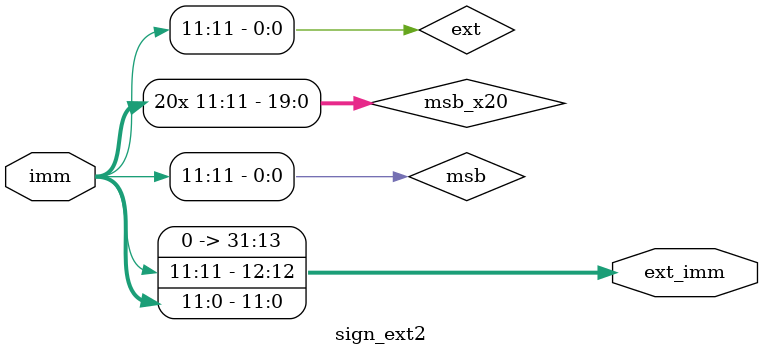
<source format=v>
module sign_ext2(
    input [11:0]imm,

    output [31:0]ext_imm
);

wire msb = imm[11];
wire [19:0]msb_x20 = {20{msb}};
wire ext = msb ? msb_x20 : msb_x20;

assign ext_imm = {ext, imm};

endmodule

</source>
